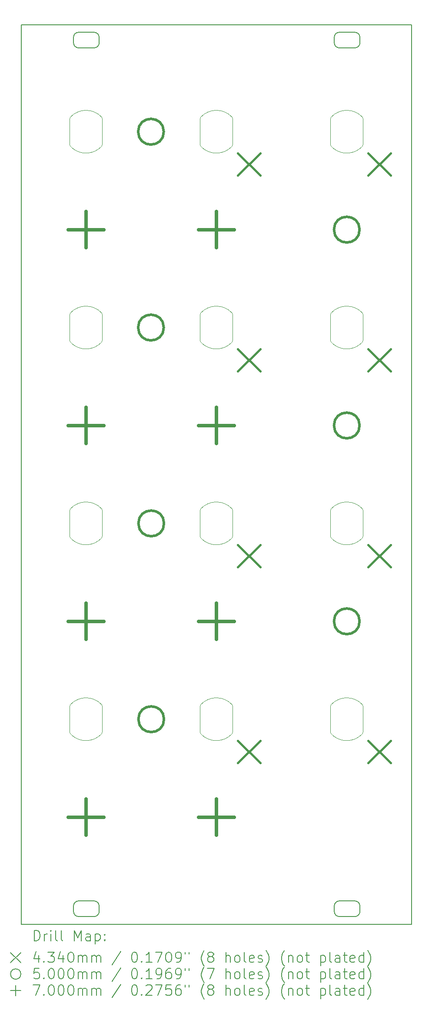
<source format=gbr>
%TF.GenerationSoftware,KiCad,Pcbnew,8.0.6*%
%TF.CreationDate,2025-04-05T09:24:30-04:00*%
%TF.ProjectId,BlindsPanel,426c696e-6473-4506-916e-656c2e6b6963,rev?*%
%TF.SameCoordinates,Original*%
%TF.FileFunction,Drillmap*%
%TF.FilePolarity,Positive*%
%FSLAX45Y45*%
G04 Gerber Fmt 4.5, Leading zero omitted, Abs format (unit mm)*
G04 Created by KiCad (PCBNEW 8.0.6) date 2025-04-05 09:24:30*
%MOMM*%
%LPD*%
G01*
G04 APERTURE LIST*
%ADD10C,0.200000*%
%ADD11C,0.100000*%
%ADD12C,0.434000*%
%ADD13C,0.500000*%
%ADD14C,0.700000*%
G04 APERTURE END LIST*
D10*
X8900000Y-1727500D02*
X16500000Y-1727500D01*
X16500000Y-19227500D01*
X8900000Y-19227500D01*
X8900000Y-1727500D01*
D11*
X12382500Y-4060110D02*
X12382500Y-3559370D01*
X13017500Y-3559870D02*
X13017500Y-4060630D01*
X12382500Y-3559370D02*
G75*
G02*
X12396000Y-3525200I49998J-2D01*
G01*
X12396000Y-3525200D02*
G75*
G02*
X13004000Y-3525200I304000J-284800D01*
G01*
X12396000Y-4094800D02*
G75*
G02*
X12382500Y-4060110I36522J34185D01*
G01*
X13004000Y-3525200D02*
G75*
G02*
X13017501Y-3559870I-36480J-34170D01*
G01*
X13004000Y-4094800D02*
G75*
G02*
X12396000Y-4094800I-304000J284800D01*
G01*
X13017500Y-4060630D02*
G75*
G02*
X13004000Y-4094800I-49989J-2D01*
G01*
D10*
X14996250Y-2080000D02*
X14996250Y-1975000D01*
X15096250Y-1875000D02*
X15396250Y-1875000D01*
X15396250Y-2180000D02*
X15096250Y-2180000D01*
X15496250Y-1975000D02*
X15496250Y-2080000D01*
X14996250Y-1975000D02*
G75*
G02*
X15096250Y-1875000I100000J0D01*
G01*
X15096250Y-2180000D02*
G75*
G02*
X14996250Y-2080000I0J100000D01*
G01*
X15396250Y-1875000D02*
G75*
G02*
X15496250Y-1975000I0J-100000D01*
G01*
X15496250Y-2080000D02*
G75*
G02*
X15396250Y-2180000I-100000J0D01*
G01*
D11*
X9842500Y-11680110D02*
X9842500Y-11179370D01*
X10477500Y-11179870D02*
X10477500Y-11680630D01*
X9842500Y-11179370D02*
G75*
G02*
X9856000Y-11145200I49998J-2D01*
G01*
X9856000Y-11145200D02*
G75*
G02*
X10464000Y-11145200I304000J-284800D01*
G01*
X9856000Y-11714800D02*
G75*
G02*
X9842500Y-11680110I36522J34185D01*
G01*
X10464000Y-11145200D02*
G75*
G02*
X10477501Y-11179870I-36480J-34170D01*
G01*
X10464000Y-11714800D02*
G75*
G02*
X9856000Y-11714800I-304000J284800D01*
G01*
X10477500Y-11680630D02*
G75*
G02*
X10464000Y-11714800I-49989J-2D01*
G01*
D10*
X9916250Y-18980000D02*
X9916250Y-18875000D01*
X10016250Y-18775000D02*
X10316250Y-18775000D01*
X10316250Y-19080000D02*
X10016250Y-19080000D01*
X10416250Y-18875000D02*
X10416250Y-18980000D01*
X9916250Y-18875000D02*
G75*
G02*
X10016250Y-18775000I100000J0D01*
G01*
X10016250Y-19080000D02*
G75*
G02*
X9916250Y-18980000I0J100000D01*
G01*
X10316250Y-18775000D02*
G75*
G02*
X10416250Y-18875000I0J-100000D01*
G01*
X10416250Y-18980000D02*
G75*
G02*
X10316250Y-19080000I-100000J0D01*
G01*
D11*
X14922500Y-4060110D02*
X14922500Y-3559370D01*
X15557500Y-3559870D02*
X15557500Y-4060630D01*
X14922500Y-3559370D02*
G75*
G02*
X14936000Y-3525200I49998J-2D01*
G01*
X14936000Y-3525200D02*
G75*
G02*
X15544000Y-3525200I304000J-284800D01*
G01*
X14936000Y-4094800D02*
G75*
G02*
X14922500Y-4060110I36522J34185D01*
G01*
X15544000Y-3525200D02*
G75*
G02*
X15557501Y-3559870I-36480J-34170D01*
G01*
X15544000Y-4094800D02*
G75*
G02*
X14936000Y-4094800I-304000J284800D01*
G01*
X15557500Y-4060630D02*
G75*
G02*
X15544000Y-4094800I-49989J-2D01*
G01*
X9842500Y-7870110D02*
X9842500Y-7369370D01*
X10477500Y-7369870D02*
X10477500Y-7870630D01*
X9842500Y-7369370D02*
G75*
G02*
X9856000Y-7335200I49998J-2D01*
G01*
X9856000Y-7335200D02*
G75*
G02*
X10464000Y-7335200I304000J-284800D01*
G01*
X9856000Y-7904800D02*
G75*
G02*
X9842500Y-7870110I36522J34185D01*
G01*
X10464000Y-7335200D02*
G75*
G02*
X10477501Y-7369870I-36480J-34170D01*
G01*
X10464000Y-7904800D02*
G75*
G02*
X9856000Y-7904800I-304000J284800D01*
G01*
X10477500Y-7870630D02*
G75*
G02*
X10464000Y-7904800I-49989J-2D01*
G01*
D10*
X9916250Y-2080000D02*
X9916250Y-1975000D01*
X10016250Y-1875000D02*
X10316250Y-1875000D01*
X10316250Y-2180000D02*
X10016250Y-2180000D01*
X10416250Y-1975000D02*
X10416250Y-2080000D01*
X9916250Y-1975000D02*
G75*
G02*
X10016250Y-1875000I100000J0D01*
G01*
X10016250Y-2180000D02*
G75*
G02*
X9916250Y-2080000I0J100000D01*
G01*
X10316250Y-1875000D02*
G75*
G02*
X10416250Y-1975000I0J-100000D01*
G01*
X10416250Y-2080000D02*
G75*
G02*
X10316250Y-2180000I-100000J0D01*
G01*
D11*
X9842500Y-15490110D02*
X9842500Y-14989370D01*
X10477500Y-14989870D02*
X10477500Y-15490630D01*
X9842500Y-14989370D02*
G75*
G02*
X9856000Y-14955200I49998J-2D01*
G01*
X9856000Y-14955200D02*
G75*
G02*
X10464000Y-14955200I304000J-284800D01*
G01*
X9856000Y-15524800D02*
G75*
G02*
X9842500Y-15490110I36522J34185D01*
G01*
X10464000Y-14955200D02*
G75*
G02*
X10477501Y-14989870I-36480J-34170D01*
G01*
X10464000Y-15524800D02*
G75*
G02*
X9856000Y-15524800I-304000J284800D01*
G01*
X10477500Y-15490630D02*
G75*
G02*
X10464000Y-15524800I-49989J-2D01*
G01*
X14922500Y-15490110D02*
X14922500Y-14989370D01*
X15557500Y-14989870D02*
X15557500Y-15490630D01*
X14922500Y-14989370D02*
G75*
G02*
X14936000Y-14955200I49998J-2D01*
G01*
X14936000Y-14955200D02*
G75*
G02*
X15544000Y-14955200I304000J-284800D01*
G01*
X14936000Y-15524800D02*
G75*
G02*
X14922500Y-15490110I36522J34185D01*
G01*
X15544000Y-14955200D02*
G75*
G02*
X15557501Y-14989870I-36480J-34170D01*
G01*
X15544000Y-15524800D02*
G75*
G02*
X14936000Y-15524800I-304000J284800D01*
G01*
X15557500Y-15490630D02*
G75*
G02*
X15544000Y-15524800I-49989J-2D01*
G01*
D10*
X14996250Y-18980000D02*
X14996250Y-18875000D01*
X15096250Y-18775000D02*
X15396250Y-18775000D01*
X15396250Y-19080000D02*
X15096250Y-19080000D01*
X15496250Y-18875000D02*
X15496250Y-18980000D01*
X14996250Y-18875000D02*
G75*
G02*
X15096250Y-18775000I100000J0D01*
G01*
X15096250Y-19080000D02*
G75*
G02*
X14996250Y-18980000I0J100000D01*
G01*
X15396250Y-18775000D02*
G75*
G02*
X15496250Y-18875000I0J-100000D01*
G01*
X15496250Y-18980000D02*
G75*
G02*
X15396250Y-19080000I-100000J0D01*
G01*
D11*
X14922500Y-7870110D02*
X14922500Y-7369370D01*
X15557500Y-7369870D02*
X15557500Y-7870630D01*
X14922500Y-7369370D02*
G75*
G02*
X14936000Y-7335200I49998J-2D01*
G01*
X14936000Y-7335200D02*
G75*
G02*
X15544000Y-7335200I304000J-284800D01*
G01*
X14936000Y-7904800D02*
G75*
G02*
X14922500Y-7870110I36522J34185D01*
G01*
X15544000Y-7335200D02*
G75*
G02*
X15557501Y-7369870I-36480J-34170D01*
G01*
X15544000Y-7904800D02*
G75*
G02*
X14936000Y-7904800I-304000J284800D01*
G01*
X15557500Y-7870630D02*
G75*
G02*
X15544000Y-7904800I-49989J-2D01*
G01*
X12382500Y-15490110D02*
X12382500Y-14989370D01*
X13017500Y-14989870D02*
X13017500Y-15490630D01*
X12382500Y-14989370D02*
G75*
G02*
X12396000Y-14955200I49998J-2D01*
G01*
X12396000Y-14955200D02*
G75*
G02*
X13004000Y-14955200I304000J-284800D01*
G01*
X12396000Y-15524800D02*
G75*
G02*
X12382500Y-15490110I36522J34185D01*
G01*
X13004000Y-14955200D02*
G75*
G02*
X13017501Y-14989870I-36480J-34170D01*
G01*
X13004000Y-15524800D02*
G75*
G02*
X12396000Y-15524800I-304000J284800D01*
G01*
X13017500Y-15490630D02*
G75*
G02*
X13004000Y-15524800I-49989J-2D01*
G01*
X12382500Y-11680110D02*
X12382500Y-11179370D01*
X13017500Y-11179870D02*
X13017500Y-11680630D01*
X12382500Y-11179370D02*
G75*
G02*
X12396000Y-11145200I49998J-2D01*
G01*
X12396000Y-11145200D02*
G75*
G02*
X13004000Y-11145200I304000J-284800D01*
G01*
X12396000Y-11714800D02*
G75*
G02*
X12382500Y-11680110I36522J34185D01*
G01*
X13004000Y-11145200D02*
G75*
G02*
X13017501Y-11179870I-36480J-34170D01*
G01*
X13004000Y-11714800D02*
G75*
G02*
X12396000Y-11714800I-304000J284800D01*
G01*
X13017500Y-11680630D02*
G75*
G02*
X13004000Y-11714800I-49989J-2D01*
G01*
X9842500Y-4060110D02*
X9842500Y-3559370D01*
X10477500Y-3559870D02*
X10477500Y-4060630D01*
X9842500Y-3559370D02*
G75*
G02*
X9856000Y-3525200I49998J-2D01*
G01*
X9856000Y-3525200D02*
G75*
G02*
X10464000Y-3525200I304000J-284800D01*
G01*
X9856000Y-4094800D02*
G75*
G02*
X9842500Y-4060110I36522J34185D01*
G01*
X10464000Y-3525200D02*
G75*
G02*
X10477501Y-3559870I-36480J-34170D01*
G01*
X10464000Y-4094800D02*
G75*
G02*
X9856000Y-4094800I-304000J284800D01*
G01*
X10477500Y-4060630D02*
G75*
G02*
X10464000Y-4094800I-49989J-2D01*
G01*
X12382500Y-7870110D02*
X12382500Y-7369370D01*
X13017500Y-7369870D02*
X13017500Y-7870630D01*
X12382500Y-7369370D02*
G75*
G02*
X12396000Y-7335200I49998J-2D01*
G01*
X12396000Y-7335200D02*
G75*
G02*
X13004000Y-7335200I304000J-284800D01*
G01*
X12396000Y-7904800D02*
G75*
G02*
X12382500Y-7870110I36522J34185D01*
G01*
X13004000Y-7335200D02*
G75*
G02*
X13017501Y-7369870I-36480J-34170D01*
G01*
X13004000Y-7904800D02*
G75*
G02*
X12396000Y-7904800I-304000J284800D01*
G01*
X13017500Y-7870630D02*
G75*
G02*
X13004000Y-7904800I-49989J-2D01*
G01*
X14922500Y-11680110D02*
X14922500Y-11179370D01*
X15557500Y-11179870D02*
X15557500Y-11680630D01*
X14922500Y-11179370D02*
G75*
G02*
X14936000Y-11145200I49998J-2D01*
G01*
X14936000Y-11145200D02*
G75*
G02*
X15544000Y-11145200I304000J-284800D01*
G01*
X14936000Y-11714800D02*
G75*
G02*
X14922500Y-11680110I36522J34185D01*
G01*
X15544000Y-11145200D02*
G75*
G02*
X15557501Y-11179870I-36480J-34170D01*
G01*
X15544000Y-11714800D02*
G75*
G02*
X14936000Y-11714800I-304000J284800D01*
G01*
X15557500Y-11680630D02*
G75*
G02*
X15544000Y-11714800I-49989J-2D01*
G01*
D10*
D12*
X13118000Y-4228000D02*
X13552000Y-4662000D01*
X13552000Y-4228000D02*
X13118000Y-4662000D01*
X13118000Y-8038000D02*
X13552000Y-8472000D01*
X13552000Y-8038000D02*
X13118000Y-8472000D01*
X13118000Y-11848000D02*
X13552000Y-12282000D01*
X13552000Y-11848000D02*
X13118000Y-12282000D01*
X13118000Y-15658000D02*
X13552000Y-16092000D01*
X13552000Y-15658000D02*
X13118000Y-16092000D01*
X15658000Y-4228000D02*
X16092000Y-4662000D01*
X16092000Y-4228000D02*
X15658000Y-4662000D01*
X15658000Y-8038000D02*
X16092000Y-8472000D01*
X16092000Y-8038000D02*
X15658000Y-8472000D01*
X15658000Y-11848000D02*
X16092000Y-12282000D01*
X16092000Y-11848000D02*
X15658000Y-12282000D01*
X15658000Y-15658000D02*
X16092000Y-16092000D01*
X16092000Y-15658000D02*
X15658000Y-16092000D01*
D13*
X11675000Y-3810000D02*
G75*
G02*
X11175000Y-3810000I-250000J0D01*
G01*
X11175000Y-3810000D02*
G75*
G02*
X11675000Y-3810000I250000J0D01*
G01*
X11675000Y-7620000D02*
G75*
G02*
X11175000Y-7620000I-250000J0D01*
G01*
X11175000Y-7620000D02*
G75*
G02*
X11675000Y-7620000I250000J0D01*
G01*
X11680000Y-11430000D02*
G75*
G02*
X11180000Y-11430000I-250000J0D01*
G01*
X11180000Y-11430000D02*
G75*
G02*
X11680000Y-11430000I250000J0D01*
G01*
X11680000Y-15240000D02*
G75*
G02*
X11180000Y-15240000I-250000J0D01*
G01*
X11180000Y-15240000D02*
G75*
G02*
X11680000Y-15240000I250000J0D01*
G01*
X15490000Y-5715000D02*
G75*
G02*
X14990000Y-5715000I-250000J0D01*
G01*
X14990000Y-5715000D02*
G75*
G02*
X15490000Y-5715000I250000J0D01*
G01*
X15490000Y-9525000D02*
G75*
G02*
X14990000Y-9525000I-250000J0D01*
G01*
X14990000Y-9525000D02*
G75*
G02*
X15490000Y-9525000I250000J0D01*
G01*
X15490000Y-13335000D02*
G75*
G02*
X14990000Y-13335000I-250000J0D01*
G01*
X14990000Y-13335000D02*
G75*
G02*
X15490000Y-13335000I250000J0D01*
G01*
D14*
X10160000Y-5365000D02*
X10160000Y-6065000D01*
X9810000Y-5715000D02*
X10510000Y-5715000D01*
X10160000Y-9175000D02*
X10160000Y-9875000D01*
X9810000Y-9525000D02*
X10510000Y-9525000D01*
X10160000Y-12985000D02*
X10160000Y-13685000D01*
X9810000Y-13335000D02*
X10510000Y-13335000D01*
X10160000Y-16795000D02*
X10160000Y-17495000D01*
X9810000Y-17145000D02*
X10510000Y-17145000D01*
X12700000Y-5365000D02*
X12700000Y-6065000D01*
X12350000Y-5715000D02*
X13050000Y-5715000D01*
X12700000Y-9175000D02*
X12700000Y-9875000D01*
X12350000Y-9525000D02*
X13050000Y-9525000D01*
X12700000Y-12985000D02*
X12700000Y-13685000D01*
X12350000Y-13335000D02*
X13050000Y-13335000D01*
X12700000Y-16795000D02*
X12700000Y-17495000D01*
X12350000Y-17145000D02*
X13050000Y-17145000D01*
D10*
X9150777Y-19548984D02*
X9150777Y-19348984D01*
X9150777Y-19348984D02*
X9198396Y-19348984D01*
X9198396Y-19348984D02*
X9226967Y-19358508D01*
X9226967Y-19358508D02*
X9246015Y-19377555D01*
X9246015Y-19377555D02*
X9255539Y-19396603D01*
X9255539Y-19396603D02*
X9265063Y-19434698D01*
X9265063Y-19434698D02*
X9265063Y-19463270D01*
X9265063Y-19463270D02*
X9255539Y-19501365D01*
X9255539Y-19501365D02*
X9246015Y-19520412D01*
X9246015Y-19520412D02*
X9226967Y-19539460D01*
X9226967Y-19539460D02*
X9198396Y-19548984D01*
X9198396Y-19548984D02*
X9150777Y-19548984D01*
X9350777Y-19548984D02*
X9350777Y-19415650D01*
X9350777Y-19453746D02*
X9360301Y-19434698D01*
X9360301Y-19434698D02*
X9369824Y-19425174D01*
X9369824Y-19425174D02*
X9388872Y-19415650D01*
X9388872Y-19415650D02*
X9407920Y-19415650D01*
X9474586Y-19548984D02*
X9474586Y-19415650D01*
X9474586Y-19348984D02*
X9465063Y-19358508D01*
X9465063Y-19358508D02*
X9474586Y-19368031D01*
X9474586Y-19368031D02*
X9484110Y-19358508D01*
X9484110Y-19358508D02*
X9474586Y-19348984D01*
X9474586Y-19348984D02*
X9474586Y-19368031D01*
X9598396Y-19548984D02*
X9579348Y-19539460D01*
X9579348Y-19539460D02*
X9569824Y-19520412D01*
X9569824Y-19520412D02*
X9569824Y-19348984D01*
X9703158Y-19548984D02*
X9684110Y-19539460D01*
X9684110Y-19539460D02*
X9674586Y-19520412D01*
X9674586Y-19520412D02*
X9674586Y-19348984D01*
X9931729Y-19548984D02*
X9931729Y-19348984D01*
X9931729Y-19348984D02*
X9998396Y-19491841D01*
X9998396Y-19491841D02*
X10065063Y-19348984D01*
X10065063Y-19348984D02*
X10065063Y-19548984D01*
X10246015Y-19548984D02*
X10246015Y-19444222D01*
X10246015Y-19444222D02*
X10236491Y-19425174D01*
X10236491Y-19425174D02*
X10217444Y-19415650D01*
X10217444Y-19415650D02*
X10179348Y-19415650D01*
X10179348Y-19415650D02*
X10160301Y-19425174D01*
X10246015Y-19539460D02*
X10226967Y-19548984D01*
X10226967Y-19548984D02*
X10179348Y-19548984D01*
X10179348Y-19548984D02*
X10160301Y-19539460D01*
X10160301Y-19539460D02*
X10150777Y-19520412D01*
X10150777Y-19520412D02*
X10150777Y-19501365D01*
X10150777Y-19501365D02*
X10160301Y-19482317D01*
X10160301Y-19482317D02*
X10179348Y-19472793D01*
X10179348Y-19472793D02*
X10226967Y-19472793D01*
X10226967Y-19472793D02*
X10246015Y-19463270D01*
X10341253Y-19415650D02*
X10341253Y-19615650D01*
X10341253Y-19425174D02*
X10360301Y-19415650D01*
X10360301Y-19415650D02*
X10398396Y-19415650D01*
X10398396Y-19415650D02*
X10417444Y-19425174D01*
X10417444Y-19425174D02*
X10426967Y-19434698D01*
X10426967Y-19434698D02*
X10436491Y-19453746D01*
X10436491Y-19453746D02*
X10436491Y-19510889D01*
X10436491Y-19510889D02*
X10426967Y-19529936D01*
X10426967Y-19529936D02*
X10417444Y-19539460D01*
X10417444Y-19539460D02*
X10398396Y-19548984D01*
X10398396Y-19548984D02*
X10360301Y-19548984D01*
X10360301Y-19548984D02*
X10341253Y-19539460D01*
X10522205Y-19529936D02*
X10531729Y-19539460D01*
X10531729Y-19539460D02*
X10522205Y-19548984D01*
X10522205Y-19548984D02*
X10512682Y-19539460D01*
X10512682Y-19539460D02*
X10522205Y-19529936D01*
X10522205Y-19529936D02*
X10522205Y-19548984D01*
X10522205Y-19425174D02*
X10531729Y-19434698D01*
X10531729Y-19434698D02*
X10522205Y-19444222D01*
X10522205Y-19444222D02*
X10512682Y-19434698D01*
X10512682Y-19434698D02*
X10522205Y-19425174D01*
X10522205Y-19425174D02*
X10522205Y-19444222D01*
X8690000Y-19777500D02*
X8890000Y-19977500D01*
X8890000Y-19777500D02*
X8690000Y-19977500D01*
X9236491Y-19835650D02*
X9236491Y-19968984D01*
X9188872Y-19759460D02*
X9141253Y-19902317D01*
X9141253Y-19902317D02*
X9265063Y-19902317D01*
X9341253Y-19949936D02*
X9350777Y-19959460D01*
X9350777Y-19959460D02*
X9341253Y-19968984D01*
X9341253Y-19968984D02*
X9331729Y-19959460D01*
X9331729Y-19959460D02*
X9341253Y-19949936D01*
X9341253Y-19949936D02*
X9341253Y-19968984D01*
X9417444Y-19768984D02*
X9541253Y-19768984D01*
X9541253Y-19768984D02*
X9474586Y-19845174D01*
X9474586Y-19845174D02*
X9503158Y-19845174D01*
X9503158Y-19845174D02*
X9522205Y-19854698D01*
X9522205Y-19854698D02*
X9531729Y-19864222D01*
X9531729Y-19864222D02*
X9541253Y-19883270D01*
X9541253Y-19883270D02*
X9541253Y-19930889D01*
X9541253Y-19930889D02*
X9531729Y-19949936D01*
X9531729Y-19949936D02*
X9522205Y-19959460D01*
X9522205Y-19959460D02*
X9503158Y-19968984D01*
X9503158Y-19968984D02*
X9446015Y-19968984D01*
X9446015Y-19968984D02*
X9426967Y-19959460D01*
X9426967Y-19959460D02*
X9417444Y-19949936D01*
X9712682Y-19835650D02*
X9712682Y-19968984D01*
X9665063Y-19759460D02*
X9617444Y-19902317D01*
X9617444Y-19902317D02*
X9741253Y-19902317D01*
X9855539Y-19768984D02*
X9874586Y-19768984D01*
X9874586Y-19768984D02*
X9893634Y-19778508D01*
X9893634Y-19778508D02*
X9903158Y-19788031D01*
X9903158Y-19788031D02*
X9912682Y-19807079D01*
X9912682Y-19807079D02*
X9922205Y-19845174D01*
X9922205Y-19845174D02*
X9922205Y-19892793D01*
X9922205Y-19892793D02*
X9912682Y-19930889D01*
X9912682Y-19930889D02*
X9903158Y-19949936D01*
X9903158Y-19949936D02*
X9893634Y-19959460D01*
X9893634Y-19959460D02*
X9874586Y-19968984D01*
X9874586Y-19968984D02*
X9855539Y-19968984D01*
X9855539Y-19968984D02*
X9836491Y-19959460D01*
X9836491Y-19959460D02*
X9826967Y-19949936D01*
X9826967Y-19949936D02*
X9817444Y-19930889D01*
X9817444Y-19930889D02*
X9807920Y-19892793D01*
X9807920Y-19892793D02*
X9807920Y-19845174D01*
X9807920Y-19845174D02*
X9817444Y-19807079D01*
X9817444Y-19807079D02*
X9826967Y-19788031D01*
X9826967Y-19788031D02*
X9836491Y-19778508D01*
X9836491Y-19778508D02*
X9855539Y-19768984D01*
X10007920Y-19968984D02*
X10007920Y-19835650D01*
X10007920Y-19854698D02*
X10017444Y-19845174D01*
X10017444Y-19845174D02*
X10036491Y-19835650D01*
X10036491Y-19835650D02*
X10065063Y-19835650D01*
X10065063Y-19835650D02*
X10084110Y-19845174D01*
X10084110Y-19845174D02*
X10093634Y-19864222D01*
X10093634Y-19864222D02*
X10093634Y-19968984D01*
X10093634Y-19864222D02*
X10103158Y-19845174D01*
X10103158Y-19845174D02*
X10122205Y-19835650D01*
X10122205Y-19835650D02*
X10150777Y-19835650D01*
X10150777Y-19835650D02*
X10169825Y-19845174D01*
X10169825Y-19845174D02*
X10179348Y-19864222D01*
X10179348Y-19864222D02*
X10179348Y-19968984D01*
X10274586Y-19968984D02*
X10274586Y-19835650D01*
X10274586Y-19854698D02*
X10284110Y-19845174D01*
X10284110Y-19845174D02*
X10303158Y-19835650D01*
X10303158Y-19835650D02*
X10331729Y-19835650D01*
X10331729Y-19835650D02*
X10350777Y-19845174D01*
X10350777Y-19845174D02*
X10360301Y-19864222D01*
X10360301Y-19864222D02*
X10360301Y-19968984D01*
X10360301Y-19864222D02*
X10369825Y-19845174D01*
X10369825Y-19845174D02*
X10388872Y-19835650D01*
X10388872Y-19835650D02*
X10417444Y-19835650D01*
X10417444Y-19835650D02*
X10436491Y-19845174D01*
X10436491Y-19845174D02*
X10446015Y-19864222D01*
X10446015Y-19864222D02*
X10446015Y-19968984D01*
X10836491Y-19759460D02*
X10665063Y-20016603D01*
X11093634Y-19768984D02*
X11112682Y-19768984D01*
X11112682Y-19768984D02*
X11131729Y-19778508D01*
X11131729Y-19778508D02*
X11141253Y-19788031D01*
X11141253Y-19788031D02*
X11150777Y-19807079D01*
X11150777Y-19807079D02*
X11160301Y-19845174D01*
X11160301Y-19845174D02*
X11160301Y-19892793D01*
X11160301Y-19892793D02*
X11150777Y-19930889D01*
X11150777Y-19930889D02*
X11141253Y-19949936D01*
X11141253Y-19949936D02*
X11131729Y-19959460D01*
X11131729Y-19959460D02*
X11112682Y-19968984D01*
X11112682Y-19968984D02*
X11093634Y-19968984D01*
X11093634Y-19968984D02*
X11074587Y-19959460D01*
X11074587Y-19959460D02*
X11065063Y-19949936D01*
X11065063Y-19949936D02*
X11055539Y-19930889D01*
X11055539Y-19930889D02*
X11046015Y-19892793D01*
X11046015Y-19892793D02*
X11046015Y-19845174D01*
X11046015Y-19845174D02*
X11055539Y-19807079D01*
X11055539Y-19807079D02*
X11065063Y-19788031D01*
X11065063Y-19788031D02*
X11074587Y-19778508D01*
X11074587Y-19778508D02*
X11093634Y-19768984D01*
X11246015Y-19949936D02*
X11255539Y-19959460D01*
X11255539Y-19959460D02*
X11246015Y-19968984D01*
X11246015Y-19968984D02*
X11236491Y-19959460D01*
X11236491Y-19959460D02*
X11246015Y-19949936D01*
X11246015Y-19949936D02*
X11246015Y-19968984D01*
X11446015Y-19968984D02*
X11331729Y-19968984D01*
X11388872Y-19968984D02*
X11388872Y-19768984D01*
X11388872Y-19768984D02*
X11369825Y-19797555D01*
X11369825Y-19797555D02*
X11350777Y-19816603D01*
X11350777Y-19816603D02*
X11331729Y-19826127D01*
X11512682Y-19768984D02*
X11646015Y-19768984D01*
X11646015Y-19768984D02*
X11560301Y-19968984D01*
X11760301Y-19768984D02*
X11779348Y-19768984D01*
X11779348Y-19768984D02*
X11798396Y-19778508D01*
X11798396Y-19778508D02*
X11807920Y-19788031D01*
X11807920Y-19788031D02*
X11817444Y-19807079D01*
X11817444Y-19807079D02*
X11826967Y-19845174D01*
X11826967Y-19845174D02*
X11826967Y-19892793D01*
X11826967Y-19892793D02*
X11817444Y-19930889D01*
X11817444Y-19930889D02*
X11807920Y-19949936D01*
X11807920Y-19949936D02*
X11798396Y-19959460D01*
X11798396Y-19959460D02*
X11779348Y-19968984D01*
X11779348Y-19968984D02*
X11760301Y-19968984D01*
X11760301Y-19968984D02*
X11741253Y-19959460D01*
X11741253Y-19959460D02*
X11731729Y-19949936D01*
X11731729Y-19949936D02*
X11722206Y-19930889D01*
X11722206Y-19930889D02*
X11712682Y-19892793D01*
X11712682Y-19892793D02*
X11712682Y-19845174D01*
X11712682Y-19845174D02*
X11722206Y-19807079D01*
X11722206Y-19807079D02*
X11731729Y-19788031D01*
X11731729Y-19788031D02*
X11741253Y-19778508D01*
X11741253Y-19778508D02*
X11760301Y-19768984D01*
X11922206Y-19968984D02*
X11960301Y-19968984D01*
X11960301Y-19968984D02*
X11979348Y-19959460D01*
X11979348Y-19959460D02*
X11988872Y-19949936D01*
X11988872Y-19949936D02*
X12007920Y-19921365D01*
X12007920Y-19921365D02*
X12017444Y-19883270D01*
X12017444Y-19883270D02*
X12017444Y-19807079D01*
X12017444Y-19807079D02*
X12007920Y-19788031D01*
X12007920Y-19788031D02*
X11998396Y-19778508D01*
X11998396Y-19778508D02*
X11979348Y-19768984D01*
X11979348Y-19768984D02*
X11941253Y-19768984D01*
X11941253Y-19768984D02*
X11922206Y-19778508D01*
X11922206Y-19778508D02*
X11912682Y-19788031D01*
X11912682Y-19788031D02*
X11903158Y-19807079D01*
X11903158Y-19807079D02*
X11903158Y-19854698D01*
X11903158Y-19854698D02*
X11912682Y-19873746D01*
X11912682Y-19873746D02*
X11922206Y-19883270D01*
X11922206Y-19883270D02*
X11941253Y-19892793D01*
X11941253Y-19892793D02*
X11979348Y-19892793D01*
X11979348Y-19892793D02*
X11998396Y-19883270D01*
X11998396Y-19883270D02*
X12007920Y-19873746D01*
X12007920Y-19873746D02*
X12017444Y-19854698D01*
X12093634Y-19768984D02*
X12093634Y-19807079D01*
X12169825Y-19768984D02*
X12169825Y-19807079D01*
X12465063Y-20045174D02*
X12455539Y-20035650D01*
X12455539Y-20035650D02*
X12436491Y-20007079D01*
X12436491Y-20007079D02*
X12426968Y-19988031D01*
X12426968Y-19988031D02*
X12417444Y-19959460D01*
X12417444Y-19959460D02*
X12407920Y-19911841D01*
X12407920Y-19911841D02*
X12407920Y-19873746D01*
X12407920Y-19873746D02*
X12417444Y-19826127D01*
X12417444Y-19826127D02*
X12426968Y-19797555D01*
X12426968Y-19797555D02*
X12436491Y-19778508D01*
X12436491Y-19778508D02*
X12455539Y-19749936D01*
X12455539Y-19749936D02*
X12465063Y-19740412D01*
X12569825Y-19854698D02*
X12550777Y-19845174D01*
X12550777Y-19845174D02*
X12541253Y-19835650D01*
X12541253Y-19835650D02*
X12531729Y-19816603D01*
X12531729Y-19816603D02*
X12531729Y-19807079D01*
X12531729Y-19807079D02*
X12541253Y-19788031D01*
X12541253Y-19788031D02*
X12550777Y-19778508D01*
X12550777Y-19778508D02*
X12569825Y-19768984D01*
X12569825Y-19768984D02*
X12607920Y-19768984D01*
X12607920Y-19768984D02*
X12626968Y-19778508D01*
X12626968Y-19778508D02*
X12636491Y-19788031D01*
X12636491Y-19788031D02*
X12646015Y-19807079D01*
X12646015Y-19807079D02*
X12646015Y-19816603D01*
X12646015Y-19816603D02*
X12636491Y-19835650D01*
X12636491Y-19835650D02*
X12626968Y-19845174D01*
X12626968Y-19845174D02*
X12607920Y-19854698D01*
X12607920Y-19854698D02*
X12569825Y-19854698D01*
X12569825Y-19854698D02*
X12550777Y-19864222D01*
X12550777Y-19864222D02*
X12541253Y-19873746D01*
X12541253Y-19873746D02*
X12531729Y-19892793D01*
X12531729Y-19892793D02*
X12531729Y-19930889D01*
X12531729Y-19930889D02*
X12541253Y-19949936D01*
X12541253Y-19949936D02*
X12550777Y-19959460D01*
X12550777Y-19959460D02*
X12569825Y-19968984D01*
X12569825Y-19968984D02*
X12607920Y-19968984D01*
X12607920Y-19968984D02*
X12626968Y-19959460D01*
X12626968Y-19959460D02*
X12636491Y-19949936D01*
X12636491Y-19949936D02*
X12646015Y-19930889D01*
X12646015Y-19930889D02*
X12646015Y-19892793D01*
X12646015Y-19892793D02*
X12636491Y-19873746D01*
X12636491Y-19873746D02*
X12626968Y-19864222D01*
X12626968Y-19864222D02*
X12607920Y-19854698D01*
X12884110Y-19968984D02*
X12884110Y-19768984D01*
X12969825Y-19968984D02*
X12969825Y-19864222D01*
X12969825Y-19864222D02*
X12960301Y-19845174D01*
X12960301Y-19845174D02*
X12941253Y-19835650D01*
X12941253Y-19835650D02*
X12912682Y-19835650D01*
X12912682Y-19835650D02*
X12893634Y-19845174D01*
X12893634Y-19845174D02*
X12884110Y-19854698D01*
X13093634Y-19968984D02*
X13074587Y-19959460D01*
X13074587Y-19959460D02*
X13065063Y-19949936D01*
X13065063Y-19949936D02*
X13055539Y-19930889D01*
X13055539Y-19930889D02*
X13055539Y-19873746D01*
X13055539Y-19873746D02*
X13065063Y-19854698D01*
X13065063Y-19854698D02*
X13074587Y-19845174D01*
X13074587Y-19845174D02*
X13093634Y-19835650D01*
X13093634Y-19835650D02*
X13122206Y-19835650D01*
X13122206Y-19835650D02*
X13141253Y-19845174D01*
X13141253Y-19845174D02*
X13150777Y-19854698D01*
X13150777Y-19854698D02*
X13160301Y-19873746D01*
X13160301Y-19873746D02*
X13160301Y-19930889D01*
X13160301Y-19930889D02*
X13150777Y-19949936D01*
X13150777Y-19949936D02*
X13141253Y-19959460D01*
X13141253Y-19959460D02*
X13122206Y-19968984D01*
X13122206Y-19968984D02*
X13093634Y-19968984D01*
X13274587Y-19968984D02*
X13255539Y-19959460D01*
X13255539Y-19959460D02*
X13246015Y-19940412D01*
X13246015Y-19940412D02*
X13246015Y-19768984D01*
X13426968Y-19959460D02*
X13407920Y-19968984D01*
X13407920Y-19968984D02*
X13369825Y-19968984D01*
X13369825Y-19968984D02*
X13350777Y-19959460D01*
X13350777Y-19959460D02*
X13341253Y-19940412D01*
X13341253Y-19940412D02*
X13341253Y-19864222D01*
X13341253Y-19864222D02*
X13350777Y-19845174D01*
X13350777Y-19845174D02*
X13369825Y-19835650D01*
X13369825Y-19835650D02*
X13407920Y-19835650D01*
X13407920Y-19835650D02*
X13426968Y-19845174D01*
X13426968Y-19845174D02*
X13436491Y-19864222D01*
X13436491Y-19864222D02*
X13436491Y-19883270D01*
X13436491Y-19883270D02*
X13341253Y-19902317D01*
X13512682Y-19959460D02*
X13531730Y-19968984D01*
X13531730Y-19968984D02*
X13569825Y-19968984D01*
X13569825Y-19968984D02*
X13588872Y-19959460D01*
X13588872Y-19959460D02*
X13598396Y-19940412D01*
X13598396Y-19940412D02*
X13598396Y-19930889D01*
X13598396Y-19930889D02*
X13588872Y-19911841D01*
X13588872Y-19911841D02*
X13569825Y-19902317D01*
X13569825Y-19902317D02*
X13541253Y-19902317D01*
X13541253Y-19902317D02*
X13522206Y-19892793D01*
X13522206Y-19892793D02*
X13512682Y-19873746D01*
X13512682Y-19873746D02*
X13512682Y-19864222D01*
X13512682Y-19864222D02*
X13522206Y-19845174D01*
X13522206Y-19845174D02*
X13541253Y-19835650D01*
X13541253Y-19835650D02*
X13569825Y-19835650D01*
X13569825Y-19835650D02*
X13588872Y-19845174D01*
X13665063Y-20045174D02*
X13674587Y-20035650D01*
X13674587Y-20035650D02*
X13693634Y-20007079D01*
X13693634Y-20007079D02*
X13703158Y-19988031D01*
X13703158Y-19988031D02*
X13712682Y-19959460D01*
X13712682Y-19959460D02*
X13722206Y-19911841D01*
X13722206Y-19911841D02*
X13722206Y-19873746D01*
X13722206Y-19873746D02*
X13712682Y-19826127D01*
X13712682Y-19826127D02*
X13703158Y-19797555D01*
X13703158Y-19797555D02*
X13693634Y-19778508D01*
X13693634Y-19778508D02*
X13674587Y-19749936D01*
X13674587Y-19749936D02*
X13665063Y-19740412D01*
X14026968Y-20045174D02*
X14017444Y-20035650D01*
X14017444Y-20035650D02*
X13998396Y-20007079D01*
X13998396Y-20007079D02*
X13988872Y-19988031D01*
X13988872Y-19988031D02*
X13979349Y-19959460D01*
X13979349Y-19959460D02*
X13969825Y-19911841D01*
X13969825Y-19911841D02*
X13969825Y-19873746D01*
X13969825Y-19873746D02*
X13979349Y-19826127D01*
X13979349Y-19826127D02*
X13988872Y-19797555D01*
X13988872Y-19797555D02*
X13998396Y-19778508D01*
X13998396Y-19778508D02*
X14017444Y-19749936D01*
X14017444Y-19749936D02*
X14026968Y-19740412D01*
X14103158Y-19835650D02*
X14103158Y-19968984D01*
X14103158Y-19854698D02*
X14112682Y-19845174D01*
X14112682Y-19845174D02*
X14131730Y-19835650D01*
X14131730Y-19835650D02*
X14160301Y-19835650D01*
X14160301Y-19835650D02*
X14179349Y-19845174D01*
X14179349Y-19845174D02*
X14188872Y-19864222D01*
X14188872Y-19864222D02*
X14188872Y-19968984D01*
X14312682Y-19968984D02*
X14293634Y-19959460D01*
X14293634Y-19959460D02*
X14284111Y-19949936D01*
X14284111Y-19949936D02*
X14274587Y-19930889D01*
X14274587Y-19930889D02*
X14274587Y-19873746D01*
X14274587Y-19873746D02*
X14284111Y-19854698D01*
X14284111Y-19854698D02*
X14293634Y-19845174D01*
X14293634Y-19845174D02*
X14312682Y-19835650D01*
X14312682Y-19835650D02*
X14341253Y-19835650D01*
X14341253Y-19835650D02*
X14360301Y-19845174D01*
X14360301Y-19845174D02*
X14369825Y-19854698D01*
X14369825Y-19854698D02*
X14379349Y-19873746D01*
X14379349Y-19873746D02*
X14379349Y-19930889D01*
X14379349Y-19930889D02*
X14369825Y-19949936D01*
X14369825Y-19949936D02*
X14360301Y-19959460D01*
X14360301Y-19959460D02*
X14341253Y-19968984D01*
X14341253Y-19968984D02*
X14312682Y-19968984D01*
X14436492Y-19835650D02*
X14512682Y-19835650D01*
X14465063Y-19768984D02*
X14465063Y-19940412D01*
X14465063Y-19940412D02*
X14474587Y-19959460D01*
X14474587Y-19959460D02*
X14493634Y-19968984D01*
X14493634Y-19968984D02*
X14512682Y-19968984D01*
X14731730Y-19835650D02*
X14731730Y-20035650D01*
X14731730Y-19845174D02*
X14750777Y-19835650D01*
X14750777Y-19835650D02*
X14788873Y-19835650D01*
X14788873Y-19835650D02*
X14807920Y-19845174D01*
X14807920Y-19845174D02*
X14817444Y-19854698D01*
X14817444Y-19854698D02*
X14826968Y-19873746D01*
X14826968Y-19873746D02*
X14826968Y-19930889D01*
X14826968Y-19930889D02*
X14817444Y-19949936D01*
X14817444Y-19949936D02*
X14807920Y-19959460D01*
X14807920Y-19959460D02*
X14788873Y-19968984D01*
X14788873Y-19968984D02*
X14750777Y-19968984D01*
X14750777Y-19968984D02*
X14731730Y-19959460D01*
X14941253Y-19968984D02*
X14922206Y-19959460D01*
X14922206Y-19959460D02*
X14912682Y-19940412D01*
X14912682Y-19940412D02*
X14912682Y-19768984D01*
X15103158Y-19968984D02*
X15103158Y-19864222D01*
X15103158Y-19864222D02*
X15093634Y-19845174D01*
X15093634Y-19845174D02*
X15074587Y-19835650D01*
X15074587Y-19835650D02*
X15036492Y-19835650D01*
X15036492Y-19835650D02*
X15017444Y-19845174D01*
X15103158Y-19959460D02*
X15084111Y-19968984D01*
X15084111Y-19968984D02*
X15036492Y-19968984D01*
X15036492Y-19968984D02*
X15017444Y-19959460D01*
X15017444Y-19959460D02*
X15007920Y-19940412D01*
X15007920Y-19940412D02*
X15007920Y-19921365D01*
X15007920Y-19921365D02*
X15017444Y-19902317D01*
X15017444Y-19902317D02*
X15036492Y-19892793D01*
X15036492Y-19892793D02*
X15084111Y-19892793D01*
X15084111Y-19892793D02*
X15103158Y-19883270D01*
X15169825Y-19835650D02*
X15246015Y-19835650D01*
X15198396Y-19768984D02*
X15198396Y-19940412D01*
X15198396Y-19940412D02*
X15207920Y-19959460D01*
X15207920Y-19959460D02*
X15226968Y-19968984D01*
X15226968Y-19968984D02*
X15246015Y-19968984D01*
X15388873Y-19959460D02*
X15369825Y-19968984D01*
X15369825Y-19968984D02*
X15331730Y-19968984D01*
X15331730Y-19968984D02*
X15312682Y-19959460D01*
X15312682Y-19959460D02*
X15303158Y-19940412D01*
X15303158Y-19940412D02*
X15303158Y-19864222D01*
X15303158Y-19864222D02*
X15312682Y-19845174D01*
X15312682Y-19845174D02*
X15331730Y-19835650D01*
X15331730Y-19835650D02*
X15369825Y-19835650D01*
X15369825Y-19835650D02*
X15388873Y-19845174D01*
X15388873Y-19845174D02*
X15398396Y-19864222D01*
X15398396Y-19864222D02*
X15398396Y-19883270D01*
X15398396Y-19883270D02*
X15303158Y-19902317D01*
X15569825Y-19968984D02*
X15569825Y-19768984D01*
X15569825Y-19959460D02*
X15550777Y-19968984D01*
X15550777Y-19968984D02*
X15512682Y-19968984D01*
X15512682Y-19968984D02*
X15493634Y-19959460D01*
X15493634Y-19959460D02*
X15484111Y-19949936D01*
X15484111Y-19949936D02*
X15474587Y-19930889D01*
X15474587Y-19930889D02*
X15474587Y-19873746D01*
X15474587Y-19873746D02*
X15484111Y-19854698D01*
X15484111Y-19854698D02*
X15493634Y-19845174D01*
X15493634Y-19845174D02*
X15512682Y-19835650D01*
X15512682Y-19835650D02*
X15550777Y-19835650D01*
X15550777Y-19835650D02*
X15569825Y-19845174D01*
X15646015Y-20045174D02*
X15655539Y-20035650D01*
X15655539Y-20035650D02*
X15674587Y-20007079D01*
X15674587Y-20007079D02*
X15684111Y-19988031D01*
X15684111Y-19988031D02*
X15693634Y-19959460D01*
X15693634Y-19959460D02*
X15703158Y-19911841D01*
X15703158Y-19911841D02*
X15703158Y-19873746D01*
X15703158Y-19873746D02*
X15693634Y-19826127D01*
X15693634Y-19826127D02*
X15684111Y-19797555D01*
X15684111Y-19797555D02*
X15674587Y-19778508D01*
X15674587Y-19778508D02*
X15655539Y-19749936D01*
X15655539Y-19749936D02*
X15646015Y-19740412D01*
X8890000Y-20197500D02*
G75*
G02*
X8690000Y-20197500I-100000J0D01*
G01*
X8690000Y-20197500D02*
G75*
G02*
X8890000Y-20197500I100000J0D01*
G01*
X9246015Y-20088984D02*
X9150777Y-20088984D01*
X9150777Y-20088984D02*
X9141253Y-20184222D01*
X9141253Y-20184222D02*
X9150777Y-20174698D01*
X9150777Y-20174698D02*
X9169824Y-20165174D01*
X9169824Y-20165174D02*
X9217444Y-20165174D01*
X9217444Y-20165174D02*
X9236491Y-20174698D01*
X9236491Y-20174698D02*
X9246015Y-20184222D01*
X9246015Y-20184222D02*
X9255539Y-20203270D01*
X9255539Y-20203270D02*
X9255539Y-20250889D01*
X9255539Y-20250889D02*
X9246015Y-20269936D01*
X9246015Y-20269936D02*
X9236491Y-20279460D01*
X9236491Y-20279460D02*
X9217444Y-20288984D01*
X9217444Y-20288984D02*
X9169824Y-20288984D01*
X9169824Y-20288984D02*
X9150777Y-20279460D01*
X9150777Y-20279460D02*
X9141253Y-20269936D01*
X9341253Y-20269936D02*
X9350777Y-20279460D01*
X9350777Y-20279460D02*
X9341253Y-20288984D01*
X9341253Y-20288984D02*
X9331729Y-20279460D01*
X9331729Y-20279460D02*
X9341253Y-20269936D01*
X9341253Y-20269936D02*
X9341253Y-20288984D01*
X9474586Y-20088984D02*
X9493634Y-20088984D01*
X9493634Y-20088984D02*
X9512682Y-20098508D01*
X9512682Y-20098508D02*
X9522205Y-20108031D01*
X9522205Y-20108031D02*
X9531729Y-20127079D01*
X9531729Y-20127079D02*
X9541253Y-20165174D01*
X9541253Y-20165174D02*
X9541253Y-20212793D01*
X9541253Y-20212793D02*
X9531729Y-20250889D01*
X9531729Y-20250889D02*
X9522205Y-20269936D01*
X9522205Y-20269936D02*
X9512682Y-20279460D01*
X9512682Y-20279460D02*
X9493634Y-20288984D01*
X9493634Y-20288984D02*
X9474586Y-20288984D01*
X9474586Y-20288984D02*
X9455539Y-20279460D01*
X9455539Y-20279460D02*
X9446015Y-20269936D01*
X9446015Y-20269936D02*
X9436491Y-20250889D01*
X9436491Y-20250889D02*
X9426967Y-20212793D01*
X9426967Y-20212793D02*
X9426967Y-20165174D01*
X9426967Y-20165174D02*
X9436491Y-20127079D01*
X9436491Y-20127079D02*
X9446015Y-20108031D01*
X9446015Y-20108031D02*
X9455539Y-20098508D01*
X9455539Y-20098508D02*
X9474586Y-20088984D01*
X9665063Y-20088984D02*
X9684110Y-20088984D01*
X9684110Y-20088984D02*
X9703158Y-20098508D01*
X9703158Y-20098508D02*
X9712682Y-20108031D01*
X9712682Y-20108031D02*
X9722205Y-20127079D01*
X9722205Y-20127079D02*
X9731729Y-20165174D01*
X9731729Y-20165174D02*
X9731729Y-20212793D01*
X9731729Y-20212793D02*
X9722205Y-20250889D01*
X9722205Y-20250889D02*
X9712682Y-20269936D01*
X9712682Y-20269936D02*
X9703158Y-20279460D01*
X9703158Y-20279460D02*
X9684110Y-20288984D01*
X9684110Y-20288984D02*
X9665063Y-20288984D01*
X9665063Y-20288984D02*
X9646015Y-20279460D01*
X9646015Y-20279460D02*
X9636491Y-20269936D01*
X9636491Y-20269936D02*
X9626967Y-20250889D01*
X9626967Y-20250889D02*
X9617444Y-20212793D01*
X9617444Y-20212793D02*
X9617444Y-20165174D01*
X9617444Y-20165174D02*
X9626967Y-20127079D01*
X9626967Y-20127079D02*
X9636491Y-20108031D01*
X9636491Y-20108031D02*
X9646015Y-20098508D01*
X9646015Y-20098508D02*
X9665063Y-20088984D01*
X9855539Y-20088984D02*
X9874586Y-20088984D01*
X9874586Y-20088984D02*
X9893634Y-20098508D01*
X9893634Y-20098508D02*
X9903158Y-20108031D01*
X9903158Y-20108031D02*
X9912682Y-20127079D01*
X9912682Y-20127079D02*
X9922205Y-20165174D01*
X9922205Y-20165174D02*
X9922205Y-20212793D01*
X9922205Y-20212793D02*
X9912682Y-20250889D01*
X9912682Y-20250889D02*
X9903158Y-20269936D01*
X9903158Y-20269936D02*
X9893634Y-20279460D01*
X9893634Y-20279460D02*
X9874586Y-20288984D01*
X9874586Y-20288984D02*
X9855539Y-20288984D01*
X9855539Y-20288984D02*
X9836491Y-20279460D01*
X9836491Y-20279460D02*
X9826967Y-20269936D01*
X9826967Y-20269936D02*
X9817444Y-20250889D01*
X9817444Y-20250889D02*
X9807920Y-20212793D01*
X9807920Y-20212793D02*
X9807920Y-20165174D01*
X9807920Y-20165174D02*
X9817444Y-20127079D01*
X9817444Y-20127079D02*
X9826967Y-20108031D01*
X9826967Y-20108031D02*
X9836491Y-20098508D01*
X9836491Y-20098508D02*
X9855539Y-20088984D01*
X10007920Y-20288984D02*
X10007920Y-20155650D01*
X10007920Y-20174698D02*
X10017444Y-20165174D01*
X10017444Y-20165174D02*
X10036491Y-20155650D01*
X10036491Y-20155650D02*
X10065063Y-20155650D01*
X10065063Y-20155650D02*
X10084110Y-20165174D01*
X10084110Y-20165174D02*
X10093634Y-20184222D01*
X10093634Y-20184222D02*
X10093634Y-20288984D01*
X10093634Y-20184222D02*
X10103158Y-20165174D01*
X10103158Y-20165174D02*
X10122205Y-20155650D01*
X10122205Y-20155650D02*
X10150777Y-20155650D01*
X10150777Y-20155650D02*
X10169825Y-20165174D01*
X10169825Y-20165174D02*
X10179348Y-20184222D01*
X10179348Y-20184222D02*
X10179348Y-20288984D01*
X10274586Y-20288984D02*
X10274586Y-20155650D01*
X10274586Y-20174698D02*
X10284110Y-20165174D01*
X10284110Y-20165174D02*
X10303158Y-20155650D01*
X10303158Y-20155650D02*
X10331729Y-20155650D01*
X10331729Y-20155650D02*
X10350777Y-20165174D01*
X10350777Y-20165174D02*
X10360301Y-20184222D01*
X10360301Y-20184222D02*
X10360301Y-20288984D01*
X10360301Y-20184222D02*
X10369825Y-20165174D01*
X10369825Y-20165174D02*
X10388872Y-20155650D01*
X10388872Y-20155650D02*
X10417444Y-20155650D01*
X10417444Y-20155650D02*
X10436491Y-20165174D01*
X10436491Y-20165174D02*
X10446015Y-20184222D01*
X10446015Y-20184222D02*
X10446015Y-20288984D01*
X10836491Y-20079460D02*
X10665063Y-20336603D01*
X11093634Y-20088984D02*
X11112682Y-20088984D01*
X11112682Y-20088984D02*
X11131729Y-20098508D01*
X11131729Y-20098508D02*
X11141253Y-20108031D01*
X11141253Y-20108031D02*
X11150777Y-20127079D01*
X11150777Y-20127079D02*
X11160301Y-20165174D01*
X11160301Y-20165174D02*
X11160301Y-20212793D01*
X11160301Y-20212793D02*
X11150777Y-20250889D01*
X11150777Y-20250889D02*
X11141253Y-20269936D01*
X11141253Y-20269936D02*
X11131729Y-20279460D01*
X11131729Y-20279460D02*
X11112682Y-20288984D01*
X11112682Y-20288984D02*
X11093634Y-20288984D01*
X11093634Y-20288984D02*
X11074587Y-20279460D01*
X11074587Y-20279460D02*
X11065063Y-20269936D01*
X11065063Y-20269936D02*
X11055539Y-20250889D01*
X11055539Y-20250889D02*
X11046015Y-20212793D01*
X11046015Y-20212793D02*
X11046015Y-20165174D01*
X11046015Y-20165174D02*
X11055539Y-20127079D01*
X11055539Y-20127079D02*
X11065063Y-20108031D01*
X11065063Y-20108031D02*
X11074587Y-20098508D01*
X11074587Y-20098508D02*
X11093634Y-20088984D01*
X11246015Y-20269936D02*
X11255539Y-20279460D01*
X11255539Y-20279460D02*
X11246015Y-20288984D01*
X11246015Y-20288984D02*
X11236491Y-20279460D01*
X11236491Y-20279460D02*
X11246015Y-20269936D01*
X11246015Y-20269936D02*
X11246015Y-20288984D01*
X11446015Y-20288984D02*
X11331729Y-20288984D01*
X11388872Y-20288984D02*
X11388872Y-20088984D01*
X11388872Y-20088984D02*
X11369825Y-20117555D01*
X11369825Y-20117555D02*
X11350777Y-20136603D01*
X11350777Y-20136603D02*
X11331729Y-20146127D01*
X11541253Y-20288984D02*
X11579348Y-20288984D01*
X11579348Y-20288984D02*
X11598396Y-20279460D01*
X11598396Y-20279460D02*
X11607920Y-20269936D01*
X11607920Y-20269936D02*
X11626967Y-20241365D01*
X11626967Y-20241365D02*
X11636491Y-20203270D01*
X11636491Y-20203270D02*
X11636491Y-20127079D01*
X11636491Y-20127079D02*
X11626967Y-20108031D01*
X11626967Y-20108031D02*
X11617444Y-20098508D01*
X11617444Y-20098508D02*
X11598396Y-20088984D01*
X11598396Y-20088984D02*
X11560301Y-20088984D01*
X11560301Y-20088984D02*
X11541253Y-20098508D01*
X11541253Y-20098508D02*
X11531729Y-20108031D01*
X11531729Y-20108031D02*
X11522206Y-20127079D01*
X11522206Y-20127079D02*
X11522206Y-20174698D01*
X11522206Y-20174698D02*
X11531729Y-20193746D01*
X11531729Y-20193746D02*
X11541253Y-20203270D01*
X11541253Y-20203270D02*
X11560301Y-20212793D01*
X11560301Y-20212793D02*
X11598396Y-20212793D01*
X11598396Y-20212793D02*
X11617444Y-20203270D01*
X11617444Y-20203270D02*
X11626967Y-20193746D01*
X11626967Y-20193746D02*
X11636491Y-20174698D01*
X11807920Y-20088984D02*
X11769825Y-20088984D01*
X11769825Y-20088984D02*
X11750777Y-20098508D01*
X11750777Y-20098508D02*
X11741253Y-20108031D01*
X11741253Y-20108031D02*
X11722206Y-20136603D01*
X11722206Y-20136603D02*
X11712682Y-20174698D01*
X11712682Y-20174698D02*
X11712682Y-20250889D01*
X11712682Y-20250889D02*
X11722206Y-20269936D01*
X11722206Y-20269936D02*
X11731729Y-20279460D01*
X11731729Y-20279460D02*
X11750777Y-20288984D01*
X11750777Y-20288984D02*
X11788872Y-20288984D01*
X11788872Y-20288984D02*
X11807920Y-20279460D01*
X11807920Y-20279460D02*
X11817444Y-20269936D01*
X11817444Y-20269936D02*
X11826967Y-20250889D01*
X11826967Y-20250889D02*
X11826967Y-20203270D01*
X11826967Y-20203270D02*
X11817444Y-20184222D01*
X11817444Y-20184222D02*
X11807920Y-20174698D01*
X11807920Y-20174698D02*
X11788872Y-20165174D01*
X11788872Y-20165174D02*
X11750777Y-20165174D01*
X11750777Y-20165174D02*
X11731729Y-20174698D01*
X11731729Y-20174698D02*
X11722206Y-20184222D01*
X11722206Y-20184222D02*
X11712682Y-20203270D01*
X11922206Y-20288984D02*
X11960301Y-20288984D01*
X11960301Y-20288984D02*
X11979348Y-20279460D01*
X11979348Y-20279460D02*
X11988872Y-20269936D01*
X11988872Y-20269936D02*
X12007920Y-20241365D01*
X12007920Y-20241365D02*
X12017444Y-20203270D01*
X12017444Y-20203270D02*
X12017444Y-20127079D01*
X12017444Y-20127079D02*
X12007920Y-20108031D01*
X12007920Y-20108031D02*
X11998396Y-20098508D01*
X11998396Y-20098508D02*
X11979348Y-20088984D01*
X11979348Y-20088984D02*
X11941253Y-20088984D01*
X11941253Y-20088984D02*
X11922206Y-20098508D01*
X11922206Y-20098508D02*
X11912682Y-20108031D01*
X11912682Y-20108031D02*
X11903158Y-20127079D01*
X11903158Y-20127079D02*
X11903158Y-20174698D01*
X11903158Y-20174698D02*
X11912682Y-20193746D01*
X11912682Y-20193746D02*
X11922206Y-20203270D01*
X11922206Y-20203270D02*
X11941253Y-20212793D01*
X11941253Y-20212793D02*
X11979348Y-20212793D01*
X11979348Y-20212793D02*
X11998396Y-20203270D01*
X11998396Y-20203270D02*
X12007920Y-20193746D01*
X12007920Y-20193746D02*
X12017444Y-20174698D01*
X12093634Y-20088984D02*
X12093634Y-20127079D01*
X12169825Y-20088984D02*
X12169825Y-20127079D01*
X12465063Y-20365174D02*
X12455539Y-20355650D01*
X12455539Y-20355650D02*
X12436491Y-20327079D01*
X12436491Y-20327079D02*
X12426968Y-20308031D01*
X12426968Y-20308031D02*
X12417444Y-20279460D01*
X12417444Y-20279460D02*
X12407920Y-20231841D01*
X12407920Y-20231841D02*
X12407920Y-20193746D01*
X12407920Y-20193746D02*
X12417444Y-20146127D01*
X12417444Y-20146127D02*
X12426968Y-20117555D01*
X12426968Y-20117555D02*
X12436491Y-20098508D01*
X12436491Y-20098508D02*
X12455539Y-20069936D01*
X12455539Y-20069936D02*
X12465063Y-20060412D01*
X12522206Y-20088984D02*
X12655539Y-20088984D01*
X12655539Y-20088984D02*
X12569825Y-20288984D01*
X12884110Y-20288984D02*
X12884110Y-20088984D01*
X12969825Y-20288984D02*
X12969825Y-20184222D01*
X12969825Y-20184222D02*
X12960301Y-20165174D01*
X12960301Y-20165174D02*
X12941253Y-20155650D01*
X12941253Y-20155650D02*
X12912682Y-20155650D01*
X12912682Y-20155650D02*
X12893634Y-20165174D01*
X12893634Y-20165174D02*
X12884110Y-20174698D01*
X13093634Y-20288984D02*
X13074587Y-20279460D01*
X13074587Y-20279460D02*
X13065063Y-20269936D01*
X13065063Y-20269936D02*
X13055539Y-20250889D01*
X13055539Y-20250889D02*
X13055539Y-20193746D01*
X13055539Y-20193746D02*
X13065063Y-20174698D01*
X13065063Y-20174698D02*
X13074587Y-20165174D01*
X13074587Y-20165174D02*
X13093634Y-20155650D01*
X13093634Y-20155650D02*
X13122206Y-20155650D01*
X13122206Y-20155650D02*
X13141253Y-20165174D01*
X13141253Y-20165174D02*
X13150777Y-20174698D01*
X13150777Y-20174698D02*
X13160301Y-20193746D01*
X13160301Y-20193746D02*
X13160301Y-20250889D01*
X13160301Y-20250889D02*
X13150777Y-20269936D01*
X13150777Y-20269936D02*
X13141253Y-20279460D01*
X13141253Y-20279460D02*
X13122206Y-20288984D01*
X13122206Y-20288984D02*
X13093634Y-20288984D01*
X13274587Y-20288984D02*
X13255539Y-20279460D01*
X13255539Y-20279460D02*
X13246015Y-20260412D01*
X13246015Y-20260412D02*
X13246015Y-20088984D01*
X13426968Y-20279460D02*
X13407920Y-20288984D01*
X13407920Y-20288984D02*
X13369825Y-20288984D01*
X13369825Y-20288984D02*
X13350777Y-20279460D01*
X13350777Y-20279460D02*
X13341253Y-20260412D01*
X13341253Y-20260412D02*
X13341253Y-20184222D01*
X13341253Y-20184222D02*
X13350777Y-20165174D01*
X13350777Y-20165174D02*
X13369825Y-20155650D01*
X13369825Y-20155650D02*
X13407920Y-20155650D01*
X13407920Y-20155650D02*
X13426968Y-20165174D01*
X13426968Y-20165174D02*
X13436491Y-20184222D01*
X13436491Y-20184222D02*
X13436491Y-20203270D01*
X13436491Y-20203270D02*
X13341253Y-20222317D01*
X13512682Y-20279460D02*
X13531730Y-20288984D01*
X13531730Y-20288984D02*
X13569825Y-20288984D01*
X13569825Y-20288984D02*
X13588872Y-20279460D01*
X13588872Y-20279460D02*
X13598396Y-20260412D01*
X13598396Y-20260412D02*
X13598396Y-20250889D01*
X13598396Y-20250889D02*
X13588872Y-20231841D01*
X13588872Y-20231841D02*
X13569825Y-20222317D01*
X13569825Y-20222317D02*
X13541253Y-20222317D01*
X13541253Y-20222317D02*
X13522206Y-20212793D01*
X13522206Y-20212793D02*
X13512682Y-20193746D01*
X13512682Y-20193746D02*
X13512682Y-20184222D01*
X13512682Y-20184222D02*
X13522206Y-20165174D01*
X13522206Y-20165174D02*
X13541253Y-20155650D01*
X13541253Y-20155650D02*
X13569825Y-20155650D01*
X13569825Y-20155650D02*
X13588872Y-20165174D01*
X13665063Y-20365174D02*
X13674587Y-20355650D01*
X13674587Y-20355650D02*
X13693634Y-20327079D01*
X13693634Y-20327079D02*
X13703158Y-20308031D01*
X13703158Y-20308031D02*
X13712682Y-20279460D01*
X13712682Y-20279460D02*
X13722206Y-20231841D01*
X13722206Y-20231841D02*
X13722206Y-20193746D01*
X13722206Y-20193746D02*
X13712682Y-20146127D01*
X13712682Y-20146127D02*
X13703158Y-20117555D01*
X13703158Y-20117555D02*
X13693634Y-20098508D01*
X13693634Y-20098508D02*
X13674587Y-20069936D01*
X13674587Y-20069936D02*
X13665063Y-20060412D01*
X14026968Y-20365174D02*
X14017444Y-20355650D01*
X14017444Y-20355650D02*
X13998396Y-20327079D01*
X13998396Y-20327079D02*
X13988872Y-20308031D01*
X13988872Y-20308031D02*
X13979349Y-20279460D01*
X13979349Y-20279460D02*
X13969825Y-20231841D01*
X13969825Y-20231841D02*
X13969825Y-20193746D01*
X13969825Y-20193746D02*
X13979349Y-20146127D01*
X13979349Y-20146127D02*
X13988872Y-20117555D01*
X13988872Y-20117555D02*
X13998396Y-20098508D01*
X13998396Y-20098508D02*
X14017444Y-20069936D01*
X14017444Y-20069936D02*
X14026968Y-20060412D01*
X14103158Y-20155650D02*
X14103158Y-20288984D01*
X14103158Y-20174698D02*
X14112682Y-20165174D01*
X14112682Y-20165174D02*
X14131730Y-20155650D01*
X14131730Y-20155650D02*
X14160301Y-20155650D01*
X14160301Y-20155650D02*
X14179349Y-20165174D01*
X14179349Y-20165174D02*
X14188872Y-20184222D01*
X14188872Y-20184222D02*
X14188872Y-20288984D01*
X14312682Y-20288984D02*
X14293634Y-20279460D01*
X14293634Y-20279460D02*
X14284111Y-20269936D01*
X14284111Y-20269936D02*
X14274587Y-20250889D01*
X14274587Y-20250889D02*
X14274587Y-20193746D01*
X14274587Y-20193746D02*
X14284111Y-20174698D01*
X14284111Y-20174698D02*
X14293634Y-20165174D01*
X14293634Y-20165174D02*
X14312682Y-20155650D01*
X14312682Y-20155650D02*
X14341253Y-20155650D01*
X14341253Y-20155650D02*
X14360301Y-20165174D01*
X14360301Y-20165174D02*
X14369825Y-20174698D01*
X14369825Y-20174698D02*
X14379349Y-20193746D01*
X14379349Y-20193746D02*
X14379349Y-20250889D01*
X14379349Y-20250889D02*
X14369825Y-20269936D01*
X14369825Y-20269936D02*
X14360301Y-20279460D01*
X14360301Y-20279460D02*
X14341253Y-20288984D01*
X14341253Y-20288984D02*
X14312682Y-20288984D01*
X14436492Y-20155650D02*
X14512682Y-20155650D01*
X14465063Y-20088984D02*
X14465063Y-20260412D01*
X14465063Y-20260412D02*
X14474587Y-20279460D01*
X14474587Y-20279460D02*
X14493634Y-20288984D01*
X14493634Y-20288984D02*
X14512682Y-20288984D01*
X14731730Y-20155650D02*
X14731730Y-20355650D01*
X14731730Y-20165174D02*
X14750777Y-20155650D01*
X14750777Y-20155650D02*
X14788873Y-20155650D01*
X14788873Y-20155650D02*
X14807920Y-20165174D01*
X14807920Y-20165174D02*
X14817444Y-20174698D01*
X14817444Y-20174698D02*
X14826968Y-20193746D01*
X14826968Y-20193746D02*
X14826968Y-20250889D01*
X14826968Y-20250889D02*
X14817444Y-20269936D01*
X14817444Y-20269936D02*
X14807920Y-20279460D01*
X14807920Y-20279460D02*
X14788873Y-20288984D01*
X14788873Y-20288984D02*
X14750777Y-20288984D01*
X14750777Y-20288984D02*
X14731730Y-20279460D01*
X14941253Y-20288984D02*
X14922206Y-20279460D01*
X14922206Y-20279460D02*
X14912682Y-20260412D01*
X14912682Y-20260412D02*
X14912682Y-20088984D01*
X15103158Y-20288984D02*
X15103158Y-20184222D01*
X15103158Y-20184222D02*
X15093634Y-20165174D01*
X15093634Y-20165174D02*
X15074587Y-20155650D01*
X15074587Y-20155650D02*
X15036492Y-20155650D01*
X15036492Y-20155650D02*
X15017444Y-20165174D01*
X15103158Y-20279460D02*
X15084111Y-20288984D01*
X15084111Y-20288984D02*
X15036492Y-20288984D01*
X15036492Y-20288984D02*
X15017444Y-20279460D01*
X15017444Y-20279460D02*
X15007920Y-20260412D01*
X15007920Y-20260412D02*
X15007920Y-20241365D01*
X15007920Y-20241365D02*
X15017444Y-20222317D01*
X15017444Y-20222317D02*
X15036492Y-20212793D01*
X15036492Y-20212793D02*
X15084111Y-20212793D01*
X15084111Y-20212793D02*
X15103158Y-20203270D01*
X15169825Y-20155650D02*
X15246015Y-20155650D01*
X15198396Y-20088984D02*
X15198396Y-20260412D01*
X15198396Y-20260412D02*
X15207920Y-20279460D01*
X15207920Y-20279460D02*
X15226968Y-20288984D01*
X15226968Y-20288984D02*
X15246015Y-20288984D01*
X15388873Y-20279460D02*
X15369825Y-20288984D01*
X15369825Y-20288984D02*
X15331730Y-20288984D01*
X15331730Y-20288984D02*
X15312682Y-20279460D01*
X15312682Y-20279460D02*
X15303158Y-20260412D01*
X15303158Y-20260412D02*
X15303158Y-20184222D01*
X15303158Y-20184222D02*
X15312682Y-20165174D01*
X15312682Y-20165174D02*
X15331730Y-20155650D01*
X15331730Y-20155650D02*
X15369825Y-20155650D01*
X15369825Y-20155650D02*
X15388873Y-20165174D01*
X15388873Y-20165174D02*
X15398396Y-20184222D01*
X15398396Y-20184222D02*
X15398396Y-20203270D01*
X15398396Y-20203270D02*
X15303158Y-20222317D01*
X15569825Y-20288984D02*
X15569825Y-20088984D01*
X15569825Y-20279460D02*
X15550777Y-20288984D01*
X15550777Y-20288984D02*
X15512682Y-20288984D01*
X15512682Y-20288984D02*
X15493634Y-20279460D01*
X15493634Y-20279460D02*
X15484111Y-20269936D01*
X15484111Y-20269936D02*
X15474587Y-20250889D01*
X15474587Y-20250889D02*
X15474587Y-20193746D01*
X15474587Y-20193746D02*
X15484111Y-20174698D01*
X15484111Y-20174698D02*
X15493634Y-20165174D01*
X15493634Y-20165174D02*
X15512682Y-20155650D01*
X15512682Y-20155650D02*
X15550777Y-20155650D01*
X15550777Y-20155650D02*
X15569825Y-20165174D01*
X15646015Y-20365174D02*
X15655539Y-20355650D01*
X15655539Y-20355650D02*
X15674587Y-20327079D01*
X15674587Y-20327079D02*
X15684111Y-20308031D01*
X15684111Y-20308031D02*
X15693634Y-20279460D01*
X15693634Y-20279460D02*
X15703158Y-20231841D01*
X15703158Y-20231841D02*
X15703158Y-20193746D01*
X15703158Y-20193746D02*
X15693634Y-20146127D01*
X15693634Y-20146127D02*
X15684111Y-20117555D01*
X15684111Y-20117555D02*
X15674587Y-20098508D01*
X15674587Y-20098508D02*
X15655539Y-20069936D01*
X15655539Y-20069936D02*
X15646015Y-20060412D01*
X8790000Y-20417500D02*
X8790000Y-20617500D01*
X8690000Y-20517500D02*
X8890000Y-20517500D01*
X9131729Y-20408984D02*
X9265063Y-20408984D01*
X9265063Y-20408984D02*
X9179348Y-20608984D01*
X9341253Y-20589936D02*
X9350777Y-20599460D01*
X9350777Y-20599460D02*
X9341253Y-20608984D01*
X9341253Y-20608984D02*
X9331729Y-20599460D01*
X9331729Y-20599460D02*
X9341253Y-20589936D01*
X9341253Y-20589936D02*
X9341253Y-20608984D01*
X9474586Y-20408984D02*
X9493634Y-20408984D01*
X9493634Y-20408984D02*
X9512682Y-20418508D01*
X9512682Y-20418508D02*
X9522205Y-20428031D01*
X9522205Y-20428031D02*
X9531729Y-20447079D01*
X9531729Y-20447079D02*
X9541253Y-20485174D01*
X9541253Y-20485174D02*
X9541253Y-20532793D01*
X9541253Y-20532793D02*
X9531729Y-20570889D01*
X9531729Y-20570889D02*
X9522205Y-20589936D01*
X9522205Y-20589936D02*
X9512682Y-20599460D01*
X9512682Y-20599460D02*
X9493634Y-20608984D01*
X9493634Y-20608984D02*
X9474586Y-20608984D01*
X9474586Y-20608984D02*
X9455539Y-20599460D01*
X9455539Y-20599460D02*
X9446015Y-20589936D01*
X9446015Y-20589936D02*
X9436491Y-20570889D01*
X9436491Y-20570889D02*
X9426967Y-20532793D01*
X9426967Y-20532793D02*
X9426967Y-20485174D01*
X9426967Y-20485174D02*
X9436491Y-20447079D01*
X9436491Y-20447079D02*
X9446015Y-20428031D01*
X9446015Y-20428031D02*
X9455539Y-20418508D01*
X9455539Y-20418508D02*
X9474586Y-20408984D01*
X9665063Y-20408984D02*
X9684110Y-20408984D01*
X9684110Y-20408984D02*
X9703158Y-20418508D01*
X9703158Y-20418508D02*
X9712682Y-20428031D01*
X9712682Y-20428031D02*
X9722205Y-20447079D01*
X9722205Y-20447079D02*
X9731729Y-20485174D01*
X9731729Y-20485174D02*
X9731729Y-20532793D01*
X9731729Y-20532793D02*
X9722205Y-20570889D01*
X9722205Y-20570889D02*
X9712682Y-20589936D01*
X9712682Y-20589936D02*
X9703158Y-20599460D01*
X9703158Y-20599460D02*
X9684110Y-20608984D01*
X9684110Y-20608984D02*
X9665063Y-20608984D01*
X9665063Y-20608984D02*
X9646015Y-20599460D01*
X9646015Y-20599460D02*
X9636491Y-20589936D01*
X9636491Y-20589936D02*
X9626967Y-20570889D01*
X9626967Y-20570889D02*
X9617444Y-20532793D01*
X9617444Y-20532793D02*
X9617444Y-20485174D01*
X9617444Y-20485174D02*
X9626967Y-20447079D01*
X9626967Y-20447079D02*
X9636491Y-20428031D01*
X9636491Y-20428031D02*
X9646015Y-20418508D01*
X9646015Y-20418508D02*
X9665063Y-20408984D01*
X9855539Y-20408984D02*
X9874586Y-20408984D01*
X9874586Y-20408984D02*
X9893634Y-20418508D01*
X9893634Y-20418508D02*
X9903158Y-20428031D01*
X9903158Y-20428031D02*
X9912682Y-20447079D01*
X9912682Y-20447079D02*
X9922205Y-20485174D01*
X9922205Y-20485174D02*
X9922205Y-20532793D01*
X9922205Y-20532793D02*
X9912682Y-20570889D01*
X9912682Y-20570889D02*
X9903158Y-20589936D01*
X9903158Y-20589936D02*
X9893634Y-20599460D01*
X9893634Y-20599460D02*
X9874586Y-20608984D01*
X9874586Y-20608984D02*
X9855539Y-20608984D01*
X9855539Y-20608984D02*
X9836491Y-20599460D01*
X9836491Y-20599460D02*
X9826967Y-20589936D01*
X9826967Y-20589936D02*
X9817444Y-20570889D01*
X9817444Y-20570889D02*
X9807920Y-20532793D01*
X9807920Y-20532793D02*
X9807920Y-20485174D01*
X9807920Y-20485174D02*
X9817444Y-20447079D01*
X9817444Y-20447079D02*
X9826967Y-20428031D01*
X9826967Y-20428031D02*
X9836491Y-20418508D01*
X9836491Y-20418508D02*
X9855539Y-20408984D01*
X10007920Y-20608984D02*
X10007920Y-20475650D01*
X10007920Y-20494698D02*
X10017444Y-20485174D01*
X10017444Y-20485174D02*
X10036491Y-20475650D01*
X10036491Y-20475650D02*
X10065063Y-20475650D01*
X10065063Y-20475650D02*
X10084110Y-20485174D01*
X10084110Y-20485174D02*
X10093634Y-20504222D01*
X10093634Y-20504222D02*
X10093634Y-20608984D01*
X10093634Y-20504222D02*
X10103158Y-20485174D01*
X10103158Y-20485174D02*
X10122205Y-20475650D01*
X10122205Y-20475650D02*
X10150777Y-20475650D01*
X10150777Y-20475650D02*
X10169825Y-20485174D01*
X10169825Y-20485174D02*
X10179348Y-20504222D01*
X10179348Y-20504222D02*
X10179348Y-20608984D01*
X10274586Y-20608984D02*
X10274586Y-20475650D01*
X10274586Y-20494698D02*
X10284110Y-20485174D01*
X10284110Y-20485174D02*
X10303158Y-20475650D01*
X10303158Y-20475650D02*
X10331729Y-20475650D01*
X10331729Y-20475650D02*
X10350777Y-20485174D01*
X10350777Y-20485174D02*
X10360301Y-20504222D01*
X10360301Y-20504222D02*
X10360301Y-20608984D01*
X10360301Y-20504222D02*
X10369825Y-20485174D01*
X10369825Y-20485174D02*
X10388872Y-20475650D01*
X10388872Y-20475650D02*
X10417444Y-20475650D01*
X10417444Y-20475650D02*
X10436491Y-20485174D01*
X10436491Y-20485174D02*
X10446015Y-20504222D01*
X10446015Y-20504222D02*
X10446015Y-20608984D01*
X10836491Y-20399460D02*
X10665063Y-20656603D01*
X11093634Y-20408984D02*
X11112682Y-20408984D01*
X11112682Y-20408984D02*
X11131729Y-20418508D01*
X11131729Y-20418508D02*
X11141253Y-20428031D01*
X11141253Y-20428031D02*
X11150777Y-20447079D01*
X11150777Y-20447079D02*
X11160301Y-20485174D01*
X11160301Y-20485174D02*
X11160301Y-20532793D01*
X11160301Y-20532793D02*
X11150777Y-20570889D01*
X11150777Y-20570889D02*
X11141253Y-20589936D01*
X11141253Y-20589936D02*
X11131729Y-20599460D01*
X11131729Y-20599460D02*
X11112682Y-20608984D01*
X11112682Y-20608984D02*
X11093634Y-20608984D01*
X11093634Y-20608984D02*
X11074587Y-20599460D01*
X11074587Y-20599460D02*
X11065063Y-20589936D01*
X11065063Y-20589936D02*
X11055539Y-20570889D01*
X11055539Y-20570889D02*
X11046015Y-20532793D01*
X11046015Y-20532793D02*
X11046015Y-20485174D01*
X11046015Y-20485174D02*
X11055539Y-20447079D01*
X11055539Y-20447079D02*
X11065063Y-20428031D01*
X11065063Y-20428031D02*
X11074587Y-20418508D01*
X11074587Y-20418508D02*
X11093634Y-20408984D01*
X11246015Y-20589936D02*
X11255539Y-20599460D01*
X11255539Y-20599460D02*
X11246015Y-20608984D01*
X11246015Y-20608984D02*
X11236491Y-20599460D01*
X11236491Y-20599460D02*
X11246015Y-20589936D01*
X11246015Y-20589936D02*
X11246015Y-20608984D01*
X11331729Y-20428031D02*
X11341253Y-20418508D01*
X11341253Y-20418508D02*
X11360301Y-20408984D01*
X11360301Y-20408984D02*
X11407920Y-20408984D01*
X11407920Y-20408984D02*
X11426967Y-20418508D01*
X11426967Y-20418508D02*
X11436491Y-20428031D01*
X11436491Y-20428031D02*
X11446015Y-20447079D01*
X11446015Y-20447079D02*
X11446015Y-20466127D01*
X11446015Y-20466127D02*
X11436491Y-20494698D01*
X11436491Y-20494698D02*
X11322206Y-20608984D01*
X11322206Y-20608984D02*
X11446015Y-20608984D01*
X11512682Y-20408984D02*
X11646015Y-20408984D01*
X11646015Y-20408984D02*
X11560301Y-20608984D01*
X11817444Y-20408984D02*
X11722206Y-20408984D01*
X11722206Y-20408984D02*
X11712682Y-20504222D01*
X11712682Y-20504222D02*
X11722206Y-20494698D01*
X11722206Y-20494698D02*
X11741253Y-20485174D01*
X11741253Y-20485174D02*
X11788872Y-20485174D01*
X11788872Y-20485174D02*
X11807920Y-20494698D01*
X11807920Y-20494698D02*
X11817444Y-20504222D01*
X11817444Y-20504222D02*
X11826967Y-20523270D01*
X11826967Y-20523270D02*
X11826967Y-20570889D01*
X11826967Y-20570889D02*
X11817444Y-20589936D01*
X11817444Y-20589936D02*
X11807920Y-20599460D01*
X11807920Y-20599460D02*
X11788872Y-20608984D01*
X11788872Y-20608984D02*
X11741253Y-20608984D01*
X11741253Y-20608984D02*
X11722206Y-20599460D01*
X11722206Y-20599460D02*
X11712682Y-20589936D01*
X11998396Y-20408984D02*
X11960301Y-20408984D01*
X11960301Y-20408984D02*
X11941253Y-20418508D01*
X11941253Y-20418508D02*
X11931729Y-20428031D01*
X11931729Y-20428031D02*
X11912682Y-20456603D01*
X11912682Y-20456603D02*
X11903158Y-20494698D01*
X11903158Y-20494698D02*
X11903158Y-20570889D01*
X11903158Y-20570889D02*
X11912682Y-20589936D01*
X11912682Y-20589936D02*
X11922206Y-20599460D01*
X11922206Y-20599460D02*
X11941253Y-20608984D01*
X11941253Y-20608984D02*
X11979348Y-20608984D01*
X11979348Y-20608984D02*
X11998396Y-20599460D01*
X11998396Y-20599460D02*
X12007920Y-20589936D01*
X12007920Y-20589936D02*
X12017444Y-20570889D01*
X12017444Y-20570889D02*
X12017444Y-20523270D01*
X12017444Y-20523270D02*
X12007920Y-20504222D01*
X12007920Y-20504222D02*
X11998396Y-20494698D01*
X11998396Y-20494698D02*
X11979348Y-20485174D01*
X11979348Y-20485174D02*
X11941253Y-20485174D01*
X11941253Y-20485174D02*
X11922206Y-20494698D01*
X11922206Y-20494698D02*
X11912682Y-20504222D01*
X11912682Y-20504222D02*
X11903158Y-20523270D01*
X12093634Y-20408984D02*
X12093634Y-20447079D01*
X12169825Y-20408984D02*
X12169825Y-20447079D01*
X12465063Y-20685174D02*
X12455539Y-20675650D01*
X12455539Y-20675650D02*
X12436491Y-20647079D01*
X12436491Y-20647079D02*
X12426968Y-20628031D01*
X12426968Y-20628031D02*
X12417444Y-20599460D01*
X12417444Y-20599460D02*
X12407920Y-20551841D01*
X12407920Y-20551841D02*
X12407920Y-20513746D01*
X12407920Y-20513746D02*
X12417444Y-20466127D01*
X12417444Y-20466127D02*
X12426968Y-20437555D01*
X12426968Y-20437555D02*
X12436491Y-20418508D01*
X12436491Y-20418508D02*
X12455539Y-20389936D01*
X12455539Y-20389936D02*
X12465063Y-20380412D01*
X12569825Y-20494698D02*
X12550777Y-20485174D01*
X12550777Y-20485174D02*
X12541253Y-20475650D01*
X12541253Y-20475650D02*
X12531729Y-20456603D01*
X12531729Y-20456603D02*
X12531729Y-20447079D01*
X12531729Y-20447079D02*
X12541253Y-20428031D01*
X12541253Y-20428031D02*
X12550777Y-20418508D01*
X12550777Y-20418508D02*
X12569825Y-20408984D01*
X12569825Y-20408984D02*
X12607920Y-20408984D01*
X12607920Y-20408984D02*
X12626968Y-20418508D01*
X12626968Y-20418508D02*
X12636491Y-20428031D01*
X12636491Y-20428031D02*
X12646015Y-20447079D01*
X12646015Y-20447079D02*
X12646015Y-20456603D01*
X12646015Y-20456603D02*
X12636491Y-20475650D01*
X12636491Y-20475650D02*
X12626968Y-20485174D01*
X12626968Y-20485174D02*
X12607920Y-20494698D01*
X12607920Y-20494698D02*
X12569825Y-20494698D01*
X12569825Y-20494698D02*
X12550777Y-20504222D01*
X12550777Y-20504222D02*
X12541253Y-20513746D01*
X12541253Y-20513746D02*
X12531729Y-20532793D01*
X12531729Y-20532793D02*
X12531729Y-20570889D01*
X12531729Y-20570889D02*
X12541253Y-20589936D01*
X12541253Y-20589936D02*
X12550777Y-20599460D01*
X12550777Y-20599460D02*
X12569825Y-20608984D01*
X12569825Y-20608984D02*
X12607920Y-20608984D01*
X12607920Y-20608984D02*
X12626968Y-20599460D01*
X12626968Y-20599460D02*
X12636491Y-20589936D01*
X12636491Y-20589936D02*
X12646015Y-20570889D01*
X12646015Y-20570889D02*
X12646015Y-20532793D01*
X12646015Y-20532793D02*
X12636491Y-20513746D01*
X12636491Y-20513746D02*
X12626968Y-20504222D01*
X12626968Y-20504222D02*
X12607920Y-20494698D01*
X12884110Y-20608984D02*
X12884110Y-20408984D01*
X12969825Y-20608984D02*
X12969825Y-20504222D01*
X12969825Y-20504222D02*
X12960301Y-20485174D01*
X12960301Y-20485174D02*
X12941253Y-20475650D01*
X12941253Y-20475650D02*
X12912682Y-20475650D01*
X12912682Y-20475650D02*
X12893634Y-20485174D01*
X12893634Y-20485174D02*
X12884110Y-20494698D01*
X13093634Y-20608984D02*
X13074587Y-20599460D01*
X13074587Y-20599460D02*
X13065063Y-20589936D01*
X13065063Y-20589936D02*
X13055539Y-20570889D01*
X13055539Y-20570889D02*
X13055539Y-20513746D01*
X13055539Y-20513746D02*
X13065063Y-20494698D01*
X13065063Y-20494698D02*
X13074587Y-20485174D01*
X13074587Y-20485174D02*
X13093634Y-20475650D01*
X13093634Y-20475650D02*
X13122206Y-20475650D01*
X13122206Y-20475650D02*
X13141253Y-20485174D01*
X13141253Y-20485174D02*
X13150777Y-20494698D01*
X13150777Y-20494698D02*
X13160301Y-20513746D01*
X13160301Y-20513746D02*
X13160301Y-20570889D01*
X13160301Y-20570889D02*
X13150777Y-20589936D01*
X13150777Y-20589936D02*
X13141253Y-20599460D01*
X13141253Y-20599460D02*
X13122206Y-20608984D01*
X13122206Y-20608984D02*
X13093634Y-20608984D01*
X13274587Y-20608984D02*
X13255539Y-20599460D01*
X13255539Y-20599460D02*
X13246015Y-20580412D01*
X13246015Y-20580412D02*
X13246015Y-20408984D01*
X13426968Y-20599460D02*
X13407920Y-20608984D01*
X13407920Y-20608984D02*
X13369825Y-20608984D01*
X13369825Y-20608984D02*
X13350777Y-20599460D01*
X13350777Y-20599460D02*
X13341253Y-20580412D01*
X13341253Y-20580412D02*
X13341253Y-20504222D01*
X13341253Y-20504222D02*
X13350777Y-20485174D01*
X13350777Y-20485174D02*
X13369825Y-20475650D01*
X13369825Y-20475650D02*
X13407920Y-20475650D01*
X13407920Y-20475650D02*
X13426968Y-20485174D01*
X13426968Y-20485174D02*
X13436491Y-20504222D01*
X13436491Y-20504222D02*
X13436491Y-20523270D01*
X13436491Y-20523270D02*
X13341253Y-20542317D01*
X13512682Y-20599460D02*
X13531730Y-20608984D01*
X13531730Y-20608984D02*
X13569825Y-20608984D01*
X13569825Y-20608984D02*
X13588872Y-20599460D01*
X13588872Y-20599460D02*
X13598396Y-20580412D01*
X13598396Y-20580412D02*
X13598396Y-20570889D01*
X13598396Y-20570889D02*
X13588872Y-20551841D01*
X13588872Y-20551841D02*
X13569825Y-20542317D01*
X13569825Y-20542317D02*
X13541253Y-20542317D01*
X13541253Y-20542317D02*
X13522206Y-20532793D01*
X13522206Y-20532793D02*
X13512682Y-20513746D01*
X13512682Y-20513746D02*
X13512682Y-20504222D01*
X13512682Y-20504222D02*
X13522206Y-20485174D01*
X13522206Y-20485174D02*
X13541253Y-20475650D01*
X13541253Y-20475650D02*
X13569825Y-20475650D01*
X13569825Y-20475650D02*
X13588872Y-20485174D01*
X13665063Y-20685174D02*
X13674587Y-20675650D01*
X13674587Y-20675650D02*
X13693634Y-20647079D01*
X13693634Y-20647079D02*
X13703158Y-20628031D01*
X13703158Y-20628031D02*
X13712682Y-20599460D01*
X13712682Y-20599460D02*
X13722206Y-20551841D01*
X13722206Y-20551841D02*
X13722206Y-20513746D01*
X13722206Y-20513746D02*
X13712682Y-20466127D01*
X13712682Y-20466127D02*
X13703158Y-20437555D01*
X13703158Y-20437555D02*
X13693634Y-20418508D01*
X13693634Y-20418508D02*
X13674587Y-20389936D01*
X13674587Y-20389936D02*
X13665063Y-20380412D01*
X14026968Y-20685174D02*
X14017444Y-20675650D01*
X14017444Y-20675650D02*
X13998396Y-20647079D01*
X13998396Y-20647079D02*
X13988872Y-20628031D01*
X13988872Y-20628031D02*
X13979349Y-20599460D01*
X13979349Y-20599460D02*
X13969825Y-20551841D01*
X13969825Y-20551841D02*
X13969825Y-20513746D01*
X13969825Y-20513746D02*
X13979349Y-20466127D01*
X13979349Y-20466127D02*
X13988872Y-20437555D01*
X13988872Y-20437555D02*
X13998396Y-20418508D01*
X13998396Y-20418508D02*
X14017444Y-20389936D01*
X14017444Y-20389936D02*
X14026968Y-20380412D01*
X14103158Y-20475650D02*
X14103158Y-20608984D01*
X14103158Y-20494698D02*
X14112682Y-20485174D01*
X14112682Y-20485174D02*
X14131730Y-20475650D01*
X14131730Y-20475650D02*
X14160301Y-20475650D01*
X14160301Y-20475650D02*
X14179349Y-20485174D01*
X14179349Y-20485174D02*
X14188872Y-20504222D01*
X14188872Y-20504222D02*
X14188872Y-20608984D01*
X14312682Y-20608984D02*
X14293634Y-20599460D01*
X14293634Y-20599460D02*
X14284111Y-20589936D01*
X14284111Y-20589936D02*
X14274587Y-20570889D01*
X14274587Y-20570889D02*
X14274587Y-20513746D01*
X14274587Y-20513746D02*
X14284111Y-20494698D01*
X14284111Y-20494698D02*
X14293634Y-20485174D01*
X14293634Y-20485174D02*
X14312682Y-20475650D01*
X14312682Y-20475650D02*
X14341253Y-20475650D01*
X14341253Y-20475650D02*
X14360301Y-20485174D01*
X14360301Y-20485174D02*
X14369825Y-20494698D01*
X14369825Y-20494698D02*
X14379349Y-20513746D01*
X14379349Y-20513746D02*
X14379349Y-20570889D01*
X14379349Y-20570889D02*
X14369825Y-20589936D01*
X14369825Y-20589936D02*
X14360301Y-20599460D01*
X14360301Y-20599460D02*
X14341253Y-20608984D01*
X14341253Y-20608984D02*
X14312682Y-20608984D01*
X14436492Y-20475650D02*
X14512682Y-20475650D01*
X14465063Y-20408984D02*
X14465063Y-20580412D01*
X14465063Y-20580412D02*
X14474587Y-20599460D01*
X14474587Y-20599460D02*
X14493634Y-20608984D01*
X14493634Y-20608984D02*
X14512682Y-20608984D01*
X14731730Y-20475650D02*
X14731730Y-20675650D01*
X14731730Y-20485174D02*
X14750777Y-20475650D01*
X14750777Y-20475650D02*
X14788873Y-20475650D01*
X14788873Y-20475650D02*
X14807920Y-20485174D01*
X14807920Y-20485174D02*
X14817444Y-20494698D01*
X14817444Y-20494698D02*
X14826968Y-20513746D01*
X14826968Y-20513746D02*
X14826968Y-20570889D01*
X14826968Y-20570889D02*
X14817444Y-20589936D01*
X14817444Y-20589936D02*
X14807920Y-20599460D01*
X14807920Y-20599460D02*
X14788873Y-20608984D01*
X14788873Y-20608984D02*
X14750777Y-20608984D01*
X14750777Y-20608984D02*
X14731730Y-20599460D01*
X14941253Y-20608984D02*
X14922206Y-20599460D01*
X14922206Y-20599460D02*
X14912682Y-20580412D01*
X14912682Y-20580412D02*
X14912682Y-20408984D01*
X15103158Y-20608984D02*
X15103158Y-20504222D01*
X15103158Y-20504222D02*
X15093634Y-20485174D01*
X15093634Y-20485174D02*
X15074587Y-20475650D01*
X15074587Y-20475650D02*
X15036492Y-20475650D01*
X15036492Y-20475650D02*
X15017444Y-20485174D01*
X15103158Y-20599460D02*
X15084111Y-20608984D01*
X15084111Y-20608984D02*
X15036492Y-20608984D01*
X15036492Y-20608984D02*
X15017444Y-20599460D01*
X15017444Y-20599460D02*
X15007920Y-20580412D01*
X15007920Y-20580412D02*
X15007920Y-20561365D01*
X15007920Y-20561365D02*
X15017444Y-20542317D01*
X15017444Y-20542317D02*
X15036492Y-20532793D01*
X15036492Y-20532793D02*
X15084111Y-20532793D01*
X15084111Y-20532793D02*
X15103158Y-20523270D01*
X15169825Y-20475650D02*
X15246015Y-20475650D01*
X15198396Y-20408984D02*
X15198396Y-20580412D01*
X15198396Y-20580412D02*
X15207920Y-20599460D01*
X15207920Y-20599460D02*
X15226968Y-20608984D01*
X15226968Y-20608984D02*
X15246015Y-20608984D01*
X15388873Y-20599460D02*
X15369825Y-20608984D01*
X15369825Y-20608984D02*
X15331730Y-20608984D01*
X15331730Y-20608984D02*
X15312682Y-20599460D01*
X15312682Y-20599460D02*
X15303158Y-20580412D01*
X15303158Y-20580412D02*
X15303158Y-20504222D01*
X15303158Y-20504222D02*
X15312682Y-20485174D01*
X15312682Y-20485174D02*
X15331730Y-20475650D01*
X15331730Y-20475650D02*
X15369825Y-20475650D01*
X15369825Y-20475650D02*
X15388873Y-20485174D01*
X15388873Y-20485174D02*
X15398396Y-20504222D01*
X15398396Y-20504222D02*
X15398396Y-20523270D01*
X15398396Y-20523270D02*
X15303158Y-20542317D01*
X15569825Y-20608984D02*
X15569825Y-20408984D01*
X15569825Y-20599460D02*
X15550777Y-20608984D01*
X15550777Y-20608984D02*
X15512682Y-20608984D01*
X15512682Y-20608984D02*
X15493634Y-20599460D01*
X15493634Y-20599460D02*
X15484111Y-20589936D01*
X15484111Y-20589936D02*
X15474587Y-20570889D01*
X15474587Y-20570889D02*
X15474587Y-20513746D01*
X15474587Y-20513746D02*
X15484111Y-20494698D01*
X15484111Y-20494698D02*
X15493634Y-20485174D01*
X15493634Y-20485174D02*
X15512682Y-20475650D01*
X15512682Y-20475650D02*
X15550777Y-20475650D01*
X15550777Y-20475650D02*
X15569825Y-20485174D01*
X15646015Y-20685174D02*
X15655539Y-20675650D01*
X15655539Y-20675650D02*
X15674587Y-20647079D01*
X15674587Y-20647079D02*
X15684111Y-20628031D01*
X15684111Y-20628031D02*
X15693634Y-20599460D01*
X15693634Y-20599460D02*
X15703158Y-20551841D01*
X15703158Y-20551841D02*
X15703158Y-20513746D01*
X15703158Y-20513746D02*
X15693634Y-20466127D01*
X15693634Y-20466127D02*
X15684111Y-20437555D01*
X15684111Y-20437555D02*
X15674587Y-20418508D01*
X15674587Y-20418508D02*
X15655539Y-20389936D01*
X15655539Y-20389936D02*
X15646015Y-20380412D01*
M02*

</source>
